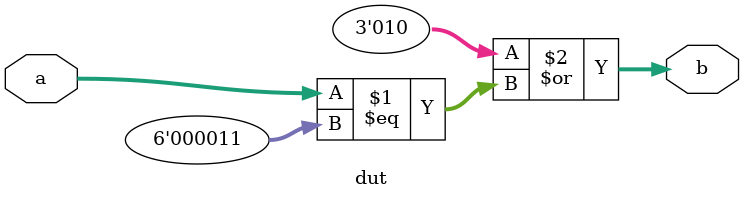
<source format=sv>
package top_pkg;
  typedef enum logic [5:0] {
    OPCODE_LOAD     = 6'h03,
    OPCODE_STORE    = 6'h13
  } opcode_e;

parameter int unsigned PMP_CFG_W = 2;

endpackage

module dut (a, b);
  input [5:0] a;
  output [2:0] b;
  wire [5:0] a;
  reg [2:0] b;
  assign b = 3'(top_pkg::PMP_CFG_W)
             | 3'(a == top_pkg::OPCODE_LOAD);
endmodule

</source>
